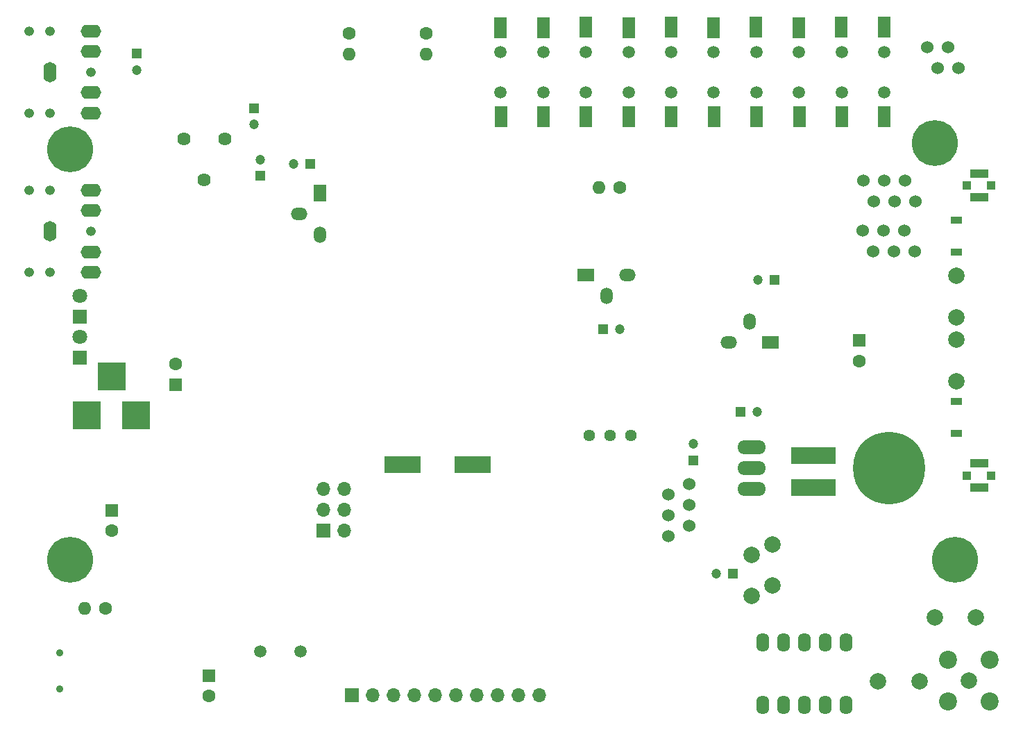
<source format=gbs>
G04 #@! TF.FileFunction,Soldermask,Bot*
%FSLAX46Y46*%
G04 Gerber Fmt 4.6, Leading zero omitted, Abs format (unit mm)*
G04 Created by KiCad (PCBNEW 4.0.7) date 09/08/21 06:51:58*
%MOMM*%
%LPD*%
G01*
G04 APERTURE LIST*
%ADD10C,0.100000*%
%ADD11C,5.600000*%
%ADD12R,1.600000X1.600000*%
%ADD13C,1.600000*%
%ADD14R,1.700000X1.700000*%
%ADD15O,1.700000X1.700000*%
%ADD16C,0.900000*%
%ADD17O,1.600000X2.500000*%
%ADD18O,1.200000X1.200000*%
%ADD19O,2.500000X1.600000*%
%ADD20O,1.600000X2.300000*%
%ADD21O,1.600000X1.600000*%
%ADD22C,1.440000*%
%ADD23C,1.524000*%
%ADD24C,1.500000*%
%ADD25R,1.524000X2.500000*%
%ADD26R,4.500000X2.000000*%
%ADD27R,1.200000X1.200000*%
%ADD28C,1.200000*%
%ADD29C,2.000000*%
%ADD30R,1.400000X0.900000*%
%ADD31R,1.800000X1.800000*%
%ADD32C,1.800000*%
%ADD33R,2.200000X1.050000*%
%ADD34R,1.000000X1.000000*%
%ADD35C,2.200000*%
%ADD36C,1.998980*%
%ADD37C,1.620000*%
%ADD38R,3.500120X3.500120*%
%ADD39O,3.500120X1.699260*%
%ADD40C,8.799840*%
%ADD41O,2.000000X1.500000*%
%ADD42R,1.500000X2.000000*%
%ADD43O,1.500000X2.000000*%
%ADD44R,2.000000X1.500000*%
%ADD45R,5.500000X2.150000*%
G04 APERTURE END LIST*
D10*
D11*
X146550000Y-38200000D03*
X41000000Y-39000000D03*
X149000000Y-89000000D03*
D12*
X57950000Y-103100000D03*
D13*
X57950000Y-105600000D03*
D12*
X46150000Y-82950000D03*
D13*
X46150000Y-85450000D03*
D14*
X71950000Y-85450000D03*
D15*
X74490000Y-85450000D03*
X71950000Y-82910000D03*
X74490000Y-82910000D03*
X71950000Y-80370000D03*
X74490000Y-80370000D03*
D16*
X39800000Y-100350000D03*
X39800000Y-104750000D03*
D17*
X38550000Y-29550000D03*
D18*
X43550000Y-29550000D03*
D19*
X43550000Y-34550000D03*
X43550000Y-32050000D03*
X43550000Y-27050000D03*
X43550000Y-24550000D03*
D18*
X38550000Y-34550000D03*
X38550000Y-24550000D03*
X36050000Y-34550000D03*
X36050000Y-24550000D03*
D17*
X38550000Y-48950000D03*
D18*
X43550000Y-48950000D03*
D19*
X43550000Y-53950000D03*
X43550000Y-51450000D03*
X43550000Y-46450000D03*
X43550000Y-43950000D03*
D18*
X38550000Y-53950000D03*
X38550000Y-43950000D03*
X36050000Y-53950000D03*
X36050000Y-43950000D03*
D20*
X125560000Y-99100000D03*
X128100000Y-99100000D03*
X130640000Y-99100000D03*
X133180000Y-99100000D03*
X135720000Y-99100000D03*
X135720000Y-106720000D03*
X133180000Y-106720000D03*
X130640000Y-106720000D03*
X128100000Y-106720000D03*
X125560000Y-106720000D03*
D13*
X45350000Y-94900000D03*
D21*
X42810000Y-94900000D03*
D13*
X75060000Y-24840000D03*
D21*
X75060000Y-27380000D03*
D13*
X108090000Y-43600000D03*
D21*
X105550000Y-43600000D03*
D22*
X104360000Y-73850000D03*
X106900000Y-73850000D03*
X109440000Y-73850000D03*
D23*
X145630000Y-26510000D03*
X146900000Y-29050000D03*
X148170000Y-26510000D03*
X149440000Y-29050000D03*
D24*
X140350000Y-27100000D03*
X140350000Y-31980000D03*
D25*
X140350000Y-34980000D03*
X140320000Y-24100000D03*
D24*
X135150000Y-27100000D03*
X135150000Y-31980000D03*
D25*
X135150000Y-34980000D03*
X135120000Y-24100000D03*
D24*
X129950000Y-32000000D03*
X129950000Y-27120000D03*
D25*
X129950000Y-24120000D03*
X129980000Y-35000000D03*
D24*
X103950000Y-27100000D03*
X103950000Y-31980000D03*
D25*
X103950000Y-34980000D03*
X103920000Y-24100000D03*
D24*
X93550000Y-32000000D03*
X93550000Y-27120000D03*
D25*
X93550000Y-24120000D03*
X93580000Y-35000000D03*
D24*
X98750000Y-32000000D03*
X98750000Y-27120000D03*
D25*
X98750000Y-24120000D03*
X98780000Y-35000000D03*
D24*
X64250000Y-100150000D03*
X69130000Y-100150000D03*
D26*
X81610000Y-77420000D03*
X90110000Y-77420000D03*
D27*
X121860000Y-90690000D03*
D28*
X119860000Y-90690000D03*
D13*
X84500000Y-24840000D03*
D21*
X84500000Y-27380000D03*
D11*
X41000000Y-89000000D03*
D29*
X124210000Y-93390000D03*
X126750000Y-92120000D03*
X124210000Y-88370000D03*
X126750000Y-87100000D03*
D27*
X122810000Y-70980000D03*
D28*
X124810000Y-70980000D03*
D27*
X117100000Y-76900000D03*
D28*
X117100000Y-74900000D03*
D30*
X149150000Y-51500000D03*
X149150000Y-47600000D03*
X149150000Y-69700000D03*
X149150000Y-73600000D03*
D31*
X42200000Y-64350000D03*
D32*
X42200000Y-61810000D03*
D31*
X42200000Y-59350000D03*
D32*
X42200000Y-56810000D03*
D33*
X151910000Y-44845000D03*
X151910000Y-41895000D03*
D34*
X153410000Y-43370000D03*
X150410000Y-43370000D03*
D33*
X151910000Y-80205000D03*
X151910000Y-77255000D03*
D34*
X153410000Y-78730000D03*
X150410000Y-78730000D03*
D35*
X148110000Y-101160000D03*
X148110000Y-106240000D03*
X153190000Y-106240000D03*
X153190000Y-101160000D03*
D29*
X150650000Y-103700000D03*
D36*
X139550000Y-103850000D03*
X144630000Y-103850000D03*
X149150000Y-54400000D03*
X149150000Y-59480000D03*
X149150000Y-62120000D03*
X149150000Y-67200000D03*
D37*
X54900000Y-37660000D03*
X57400000Y-42660000D03*
X59900000Y-37660000D03*
D24*
X124750000Y-27100000D03*
X124750000Y-31980000D03*
D25*
X124750000Y-34980000D03*
X124720000Y-24100000D03*
D27*
X49200000Y-27270000D03*
D28*
X49200000Y-29270000D03*
D27*
X63460000Y-33950000D03*
D28*
X63460000Y-35950000D03*
D23*
X114050000Y-86090000D03*
X116590000Y-84820000D03*
X114050000Y-83550000D03*
X116590000Y-82280000D03*
X114050000Y-81010000D03*
X116590000Y-79740000D03*
D24*
X119550000Y-32000000D03*
X119550000Y-27120000D03*
D25*
X119550000Y-24120000D03*
X119580000Y-35000000D03*
D27*
X106050000Y-60880000D03*
D28*
X108050000Y-60880000D03*
D12*
X53870000Y-67640000D03*
D13*
X53870000Y-65140000D03*
D38*
X49100000Y-71350000D03*
X43100520Y-71350000D03*
X46100260Y-66651000D03*
D14*
X75438000Y-105537000D03*
D15*
X77978000Y-105537000D03*
X80518000Y-105537000D03*
X83058000Y-105537000D03*
X85598000Y-105537000D03*
X88138000Y-105537000D03*
X90678000Y-105537000D03*
X93218000Y-105537000D03*
X95758000Y-105537000D03*
X98298000Y-105537000D03*
D39*
X124150000Y-77860000D03*
X124150000Y-80400000D03*
X124150000Y-75320000D03*
D40*
X140914000Y-77860000D03*
D27*
X126940000Y-54860000D03*
D28*
X124940000Y-54860000D03*
D12*
X137300000Y-62270000D03*
D13*
X137300000Y-64770000D03*
D23*
X144125000Y-45300000D03*
X142855000Y-42760000D03*
X141585000Y-45300000D03*
X140315000Y-42760000D03*
X139045000Y-45300000D03*
X137775000Y-42760000D03*
X144100000Y-51400000D03*
X142830000Y-48860000D03*
X141560000Y-51400000D03*
X140290000Y-48860000D03*
X139020000Y-51400000D03*
X137750000Y-48860000D03*
D41*
X68960000Y-46840000D03*
D42*
X71500000Y-44300000D03*
D43*
X71500000Y-49380000D03*
X123950000Y-59940000D03*
D44*
X126490000Y-62480000D03*
D41*
X121410000Y-62480000D03*
D43*
X106465000Y-56865000D03*
D44*
X103925000Y-54325000D03*
D41*
X109005000Y-54325000D03*
D24*
X114350000Y-27100000D03*
X114350000Y-31980000D03*
D25*
X114350000Y-34980000D03*
X114320000Y-24100000D03*
D24*
X109150000Y-32000000D03*
X109150000Y-27120000D03*
D25*
X109150000Y-24120000D03*
X109180000Y-35000000D03*
D27*
X64200000Y-42200000D03*
D28*
X64200000Y-40200000D03*
D27*
X70300000Y-40700000D03*
D28*
X68300000Y-40700000D03*
D45*
X131710000Y-76305000D03*
X131710000Y-80155000D03*
D36*
X151489360Y-96050000D03*
X146488100Y-96050000D03*
M02*

</source>
